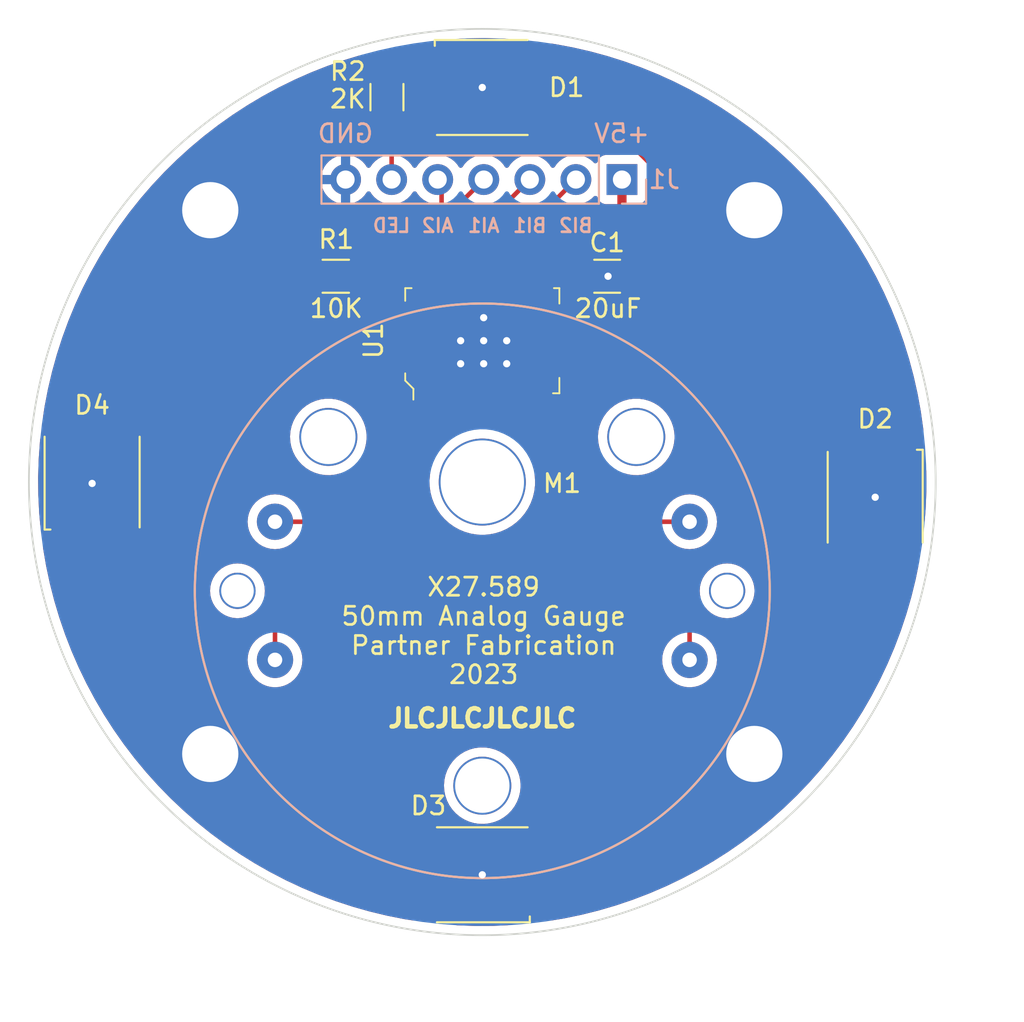
<source format=kicad_pcb>
(kicad_pcb (version 20211014) (generator pcbnew)
  (layers (0 "F.Cu" signal) (31 "B.Cu" signal) (34 "B.Paste" user) (35 "F.Paste" user) (36 "B.SilkS" user "B.Silkscreen") (37 "F.SilkS" user "F.Silkscreen") (38 "B.Mask" user) (39 "F.Mask" user) (44 "Edge.Cuts" user))
  (net 0 "")
  (net 1 "GND")
  (net 2 "+5V")
  (net 3 "LED_D")
  (net 4 "Net-(D1-Pad4)")
  (net 5 "Net-(D2-Pad4)")
  (net 6 "AI1")
  (net 7 "AI2")
  (net 8 "BI1")
  (net 9 "BI2")
  (net 10 "AO1")
  (net 11 "AO2")
  (net 12 "BO1")
  (net 13 "BO2")
  (net 14 "Net-(R1-Pad1)")
  (net 17 "Net-(D3-Pad4)")
  (net 19 "Net-(D1-Pad2)")
  (footprint "Simulator Gauge Components:X27.168 Stepper Motor" (layer "F.Cu") (at 100 100)
    (fp_text reference "M1" (at 4.394 0.076 unlocked) (layer "F.SilkS"))
    (fp_text value "X27.168_Motor")
    (fp_circle (center 0 6) (end 15.85 6) (layer "B.SilkS") (width 0.12) (fill none))
    (fp_circle (center 0 6) (end 15.85 6) (layer "F.SilkS") (width 0.12) (fill none))
    (pad "" np_thru_hole circle (at 0 16.75) (size 3.2 3.2) (drill 3) (layers F&B.Cu *.Mask))
    (pad "" np_thru_hole circle (at 0 0) (size 4.8 4.8) (drill 4.6) (layers F&B.Cu *.Mask))
    (pad "" np_thru_hole circle (at -13.5 6) (size 2 2) (drill 1.8) (layers F&B.Cu *.Mask))
    (pad "" np_thru_hole circle (at 8.49 -2.49) (size 3.2 3.2) (drill 3) (layers F&B.Cu *.Mask))
    (pad "" np_thru_hole circle (at -8.49 -2.49) (size 3.2 3.2) (drill 3) (layers F&B.Cu *.Mask))
    (pad "" np_thru_hole circle (at 13.5 6) (size 2 2) (drill 1.8) (layers F&B.Cu *.Mask))
    (pad "1" thru_hole circle (at -11.43 2.19) (size 2 2) (drill 0.8) (layers *.Cu *.Mask) (net 10 "AO1"))
    (pad "2" thru_hole circle (at -11.43 9.81) (size 2 2) (drill 0.8) (layers *.Cu *.Mask) (net 11 "AO2"))
    (pad "3" thru_hole circle (at 11.43 9.81) (size 2 2) (drill 0.8) (layers *.Cu *.Mask) (net 13 "BO2"))
    (pad "4" thru_hole circle (at 11.43 2.19) (size 2 2) (drill 0.8) (layers *.Cu *.Mask) (net 12 "BO1"))
  )
  (footprint "LED_SMD:LED_Inolux_IN-PI554FCH_PLCC4_5.0x5.0mm_P3.2mm" (layer "F.Cu") (at 100 121.666 180)
    (fp_text reference "D3" (at 2.972 3.81) (layer "F.SilkS"))
    (fp_text value "Inolux_IN-PI554FCH")
    (fp_line (start -2.62 -2.3) (end -2.62 -2.62) (layer "F.SilkS") (width 0.12))
    (fp_line (start -2.62 -2.62) (end 2.5 -2.62) (layer "F.SilkS") (width 0.12))
    (fp_line (start -2.5 2.62) (end 2.5 2.62) (layer "F.SilkS") (width 0.12))
    (pad "1" smd rect (at -2.45 -1.6 180) (size 1.5 1) (layers "F.Cu" "F.Paste" "F.Mask") (net 1 "GND"))
    (pad "2" smd rect (at -2.45 1.6 180) (size 1.5 1) (layers "F.Cu" "F.Paste" "F.Mask") (net 5 "Net-(D2-Pad4)"))
    (pad "3" smd rect (at 2.45 1.6 180) (size 1.5 1) (layers "F.Cu" "F.Paste" "F.Mask") (net 2 "+5V"))
    (pad "4" smd rect (at 2.45 -1.6 180) (size 1.5 1) (layers "F.Cu" "F.Paste" "F.Mask") (net 17 "Net-(D3-Pad4)"))
  )
  (footprint "LED_SMD:LED_Inolux_IN-PI554FCH_PLCC4_5.0x5.0mm_P3.2mm" (layer "F.Cu") (at 121.666 100.838 -90)
    (fp_text reference "D2" (at -4.318 0) (layer "F.SilkS"))
    (fp_text value "Inolux_IN-PI554FCH")
    (fp_line (start -2.62 -2.62) (end 2.5 -2.62) (layer "F.SilkS") (width 0.12))
    (fp_line (start -2.62 -2.3) (end -2.62 -2.62) (layer "F.SilkS") (width 0.12))
    (fp_line (start -2.5 2.62) (end 2.5 2.62) (layer "F.SilkS") (width 0.12))
    (pad "1" smd rect (at -2.45 -1.6 270) (size 1.5 1) (layers "F.Cu" "F.Paste" "F.Mask") (net 1 "GND"))
    (pad "2" smd rect (at -2.45 1.6 270) (size 1.5 1) (layers "F.Cu" "F.Paste" "F.Mask") (net 4 "Net-(D1-Pad4)"))
    (pad "3" smd rect (at 2.45 1.6 270) (size 1.5 1) (layers "F.Cu" "F.Paste" "F.Mask") (net 2 "+5V"))
    (pad "4" smd rect (at 2.45 -1.6 270) (size 1.5 1) (layers "F.Cu" "F.Paste" "F.Mask") (net 5 "Net-(D2-Pad4)"))
  )
  (footprint "digikey-footprints:LSSOP-24_W5.6mm" (layer "F.Cu") (at 100 92.202 90)
    (fp_text reference "U1" (at 0 -6 90) (layer "F.SilkS"))
    (fp_text value "TB6612FNG_C_8_EL")
    (fp_line (start -2.9 3.9) (end -2.9 4.25) (layer "F.SilkS") (width 0.1))
    (fp_line (start 2.9 -3.9) (end 2.9 -4.25) (layer "F.SilkS") (width 0.1))
    (fp_line (start -2.2 -4.25) (end -1.8 -4.25) (layer "F.SilkS") (width 0.1))
    (fp_line (start -2.9 4.25) (end -2.05 4.25) (layer "F.SilkS") (width 0.1))
    (fp_line (start 2.9 -4.25) (end 2.2 -4.25) (layer "F.SilkS") (width 0.1))
    (fp_line (start -3.25 -3.8) (end -2.7 -3.8) (layer "F.SilkS") (width 0.1))
    (fp_line (start 2.9 3.95) (end 2.9 4.25) (layer "F.SilkS") (width 0.1))
    (fp_line (start -2.7 -3.8) (end -2.65 -3.8) (layer "F.SilkS") (width 0.1))
    (fp_line (start 2.9 4.25) (end 2.05 4.25) (layer "F.SilkS") (width 0.1))
    (fp_line (start -2.65 -3.8) (end -2.2 -4.25) (layer "F.SilkS") (width 0.1))
    (pad "1" smd rect locked (at -3.575 -3.525 90) (size 1 0.4) (layers "F.Cu" "F.Paste" "F.Mask") (net 10 "AO1"))
    (pad "2" smd rect locked (at -3.575 -2.885 90) (size 1 0.4) (layers "F.Cu" "F.Paste" "F.Mask") (net 10 "AO1"))
    (pad "3" smd rect locked (at -3.575 -2.245 90) (size 1 0.4) (layers "F.Cu" "F.Paste" "F.Mask") (net 1 "GND"))
    (pad "4" smd rect locked (at -3.575 -1.605 90) (size 1 0.4) (layers "F.Cu" "F.Paste" "F.Mask") (net 1 "GND"))
    (pad "5" smd rect locked (at -3.575 -0.965 90) (size 1 0.4) (layers "F.Cu" "F.Paste" "F.Mask") (net 11 "AO2"))
    (pad "6" smd rect locked (at -3.575 -0.325 90) (size 1 0.4) (layers "F.Cu" "F.Paste" "F.Mask") (net 11 "AO2"))
    (pad "7" smd rect locked (at -3.575 0.325 90) (size 1 0.4) (layers "F.Cu" "F.Paste" "F.Mask") (net 13 "BO2"))
    (pad "8" smd rect locked (at -3.575 0.965 90) (size 1 0.4) (layers "F.Cu" "F.Paste" "F.Mask") (net 13 "BO2"))
    (pad "9" smd rect locked (at -3.575 1.605 90) (size 1 0.4) (layers "F.Cu" "F.Paste" "F.Mask") (net 1 "GND"))
    (pad "10" smd rect locked (at -3.575 2.245 90) (size 1 0.4) (layers "F.Cu" "F.Paste" "F.Mask") (net 1 "GND"))
    (pad "11" smd rect locked (at -3.575 2.885 90) (size 1 0.4) (layers "F.Cu" "F.Paste" "F.Mask") (net 12 "BO1"))
    (pad "12" smd rect locked (at -3.575 3.525 90) (size 1 0.4) (layers "F.Cu" "F.Paste" "F.Mask") (net 12 "BO1"))
    (pad "13" smd rect locked (at 3.575 3.525 90) (size 1 0.4) (layers "F.Cu" "F.Paste" "F.Mask") (net 2 "+5V"))
    (pad "14" smd rect locked (at 3.575 2.885 90) (size 1 0.4) (layers "F.Cu" "F.Paste" "F.Mask") (net 2 "+5V"))
    (pad "15" smd rect locked (at 3.575 2.245 90) (size 1 0.4) (layers "F.Cu" "F.Paste" "F.Mask"))
    (pad "16" smd rect locked (at 3.575 1.605 90) (size 1 0.4) (layers "F.Cu" "F.Paste" "F.Mask") (net 9 "BI2"))
    (pad "17" smd rect locked (at 3.575 0.965 90) (size 1 0.4) (layers "F.Cu" "F.Paste" "F.Mask") (net 8 "BI1"))
    (pad "18" smd rect locked (at 3.575 0.325 90) (size 1 0.4) (layers "F.Cu" "F.Paste" "F.Mask") (net 1 "GND"))
    (pad "19" smd rect locked (at 3.575 -0.325 90) (size 1 0.4) (layers "F.Cu" "F.Paste" "F.Mask") (net 14 "Net-(R1-Pad1)"))
    (pad "20" smd rect locked (at 3.575 -0.965 90) (size 1 0.4) (layers "F.Cu" "F.Paste" "F.Mask") (net 2 "+5V"))
    (pad "21" smd rect locked (at 3.575 -1.605 90) (size 1 0.4) (layers "F.Cu" "F.Paste" "F.Mask") (net 6 "AI1"))
    (pad "22" smd rect locked (at 3.575 -2.245 90) (size 1 0.4) (layers "F.Cu" "F.Paste" "F.Mask") (net 7 "AI2"))
    (pad "23" smd rect locked (at 3.575 -2.885 90) (size 1 0.4) (layers "F.Cu" "F.Paste" "F.Mask"))
    (pad "24" smd rect locked (at 3.575 -3.525 90) (size 1 0.4) (layers "F.Cu" "F.Paste" "F.Mask") (net 2 "+5V"))
  )
  (footprint "LED_SMD:LED_Inolux_IN-PI554FCH_PLCC4_5.0x5.0mm_P3.2mm" (layer "F.Cu") (at 78.486 100 90)
    (fp_text reference "D4" (at 4.242 0) (layer "F.SilkS"))
    (fp_text value "Inolux_IN-PI554FCH")
    (fp_line (start -2.62 -2.62) (end 2.5 -2.62) (layer "F.SilkS") (width 0.12))
    (fp_line (start -2.62 -2.3) (end -2.62 -2.62) (layer "F.SilkS") (width 0.12))
    (fp_line (start -2.5 2.62) (end 2.5 2.62) (layer "F.SilkS") (width 0.12))
    (pad "1" smd rect (at -2.45 -1.6 90) (size 1.5 1) (layers "F.Cu" "F.Paste" "F.Mask") (net 1 "GND"))
    (pad "2" smd rect (at -2.45 1.6 90) (size 1.5 1) (layers "F.Cu" "F.Paste" "F.Mask") (net 17 "Net-(D3-Pad4)"))
    (pad "3" smd rect (at 2.45 1.6 90) (size 1.5 1) (layers "F.Cu" "F.Paste" "F.Mask") (net 2 "+5V"))
    (pad "4" smd rect (at 2.45 -1.6 90) (size 1.5 1) (layers "F.Cu" "F.Paste" "F.Mask"))
  )
  (footprint "LED_SMD:LED_Inolux_IN-PI554FCH_PLCC4_5.0x5.0mm_P3.2mm" (layer "F.Cu") (at 100 78.232)
    (fp_text reference "D1" (at 4.648 0) (layer "F.SilkS"))
    (fp_text value "Inolux_IN-PI554FCH")
    (fp_line (start -2.62 -2.3) (end -2.62 -2.62) (layer "F.SilkS") (width 0.12))
    (fp_line (start -2.5 2.62) (end 2.5 2.62) (layer "F.SilkS") (width 0.12))
    (fp_line (start -2.62 -2.62) (end 2.5 -2.62) (layer "F.SilkS") (width 0.12))
    (pad "1" smd rect (at -2.45 -1.6) (size 1.5 1) (layers "F.Cu" "F.Paste" "F.Mask") (net 1 "GND"))
    (pad "2" smd rect (at -2.45 1.6) (size 1.5 1) (layers "F.Cu" "F.Paste" "F.Mask") (net 19 "Net-(D1-Pad2)"))
    (pad "3" smd rect (at 2.45 1.6) (size 1.5 1) (layers "F.Cu" "F.Paste" "F.Mask") (net 2 "+5V"))
    (pad "4" smd rect (at 2.45 -1.6) (size 1.5 1) (layers "F.Cu" "F.Paste" "F.Mask") (net 4 "Net-(D1-Pad4)"))
  )
  (footprint "Resistor_SMD:R_1206_3216Metric_Pad1.30x1.75mm_HandSolder" (layer "F.Cu") (at 91.922 88.646 180)
    (fp_text reference "R1" (at -0.026 2.032) (layer "F.SilkS"))
    (fp_text value "10K")
    (fp_line (start -0.727064 0.91) (end 0.727064 0.91) (layer "F.SilkS") (width 0.12))
    (fp_line (start -0.727064 -0.91) (end 0.727064 -0.91) (layer "F.SilkS") (width 0.12))
    (pad "1" smd roundrect (at -1.55 0 180) (size 1.3 1.75) (layers "F.Cu" "F.Paste" "F.Mask") (roundrect_rratio 0.1923076923) (net 14 "Net-(R1-Pad1)"))
    (pad "2" smd roundrect (at 1.55 0 180) (size 1.3 1.75) (layers "F.Cu" "F.Paste" "F.Mask") (roundrect_rratio 0.1923076923) (net 2 "+5V"))
  )
  (footprint "Resistor_SMD:R_1206_3216Metric_Pad1.30x1.75mm_HandSolder" (layer "F.Cu") (at 94.742 78.766 -90)
    (fp_text reference "R2" (at -1.423 2.159) (layer "F.SilkS"))
    (fp_text value "2K")
    (fp_line (start -0.727064 0.91) (end 0.727064 0.91) (layer "F.SilkS") (width 0.12))
    (fp_line (start -0.727064 -0.91) (end 0.727064 -0.91) (layer "F.SilkS") (width 0.12))
    (pad "1" smd roundrect (at -1.55 0 270) (size 1.3 1.75) (layers "F.Cu" "F.Paste" "F.Mask") (roundrect_rratio 0.192308) (net 19 "Net-(D1-Pad2)"))
    (pad "2" smd roundrect (at 1.55 0 270) (size 1.3 1.75) (layers "F.Cu" "F.Paste" "F.Mask") (roundrect_rratio 0.192308) (net 3 "LED_D"))
  )
  (footprint "Capacitor_SMD:C_1206_3216Metric" (layer "F.Cu") (at 106.885 88.646)
    (fp_text reference "C1" (at 0 -1.85) (layer "F.SilkS"))
    (fp_text value "20uF")
    (fp_line (start -0.711252 0.91) (end 0.711252 0.91) (layer "F.SilkS") (width 0.12))
    (fp_line (start -0.711252 -0.91) (end 0.711252 -0.91) (layer "F.SilkS") (width 0.12))
    (pad "1" smd roundrect (at -1.475 0) (size 1.15 1.8) (layers "F.Cu" "F.Paste" "F.Mask") (roundrect_rratio 0.2173913043) (net 2 "+5V"))
    (pad "2" smd roundrect (at 1.475 0) (size 1.15 1.8) (layers "F.Cu" "F.Paste" "F.Mask") (roundrect_rratio 0.2173913043) (net 1 "GND"))
  )
  (footprint "Connector_PinHeader_2.54mm:PinHeader_1x07_P2.54mm_Vertical" (layer "B.Cu") (at 107.701 83.312 90)
    (fp_text reference "J1" (at 0 2.33 180) (layer "B.SilkS") (effects (justify mirror)))
    (fp_text value "Conn_01x07_Female")
    (fp_line (start -1.33 0) (end -1.33 1.33) (layer "B.SilkS") (width 0.12))
    (fp_line (start -1.33 -16.57) (end 1.33 -16.57) (layer "B.SilkS") (width 0.12))
    (fp_line (start -1.33 -1.27) (end 1.33 -1.27) (layer "B.SilkS") (width 0.12))
    (fp_line (start -1.33 1.33) (end 0 1.33) (layer "B.SilkS") (width 0.12))
    (fp_line (start -1.33 -1.27) (end -1.33 -16.57) (layer "B.SilkS") (width 0.12))
    (fp_line (start 1.33 -1.27) (end 1.33 -16.57) (layer "B.SilkS") (width 0.12))
    (pad "1" thru_hole rect (at 0 0 90) (size 1.7 1.7) (drill 1) (layers *.Cu *.Mask) (net 2 "+5V"))
    (pad "2" thru_hole oval (at 0 -2.54 90) (size 1.7 1.7) (drill 1) (layers *.Cu *.Mask) (net 9 "BI2"))
    (pad "3" thru_hole oval (at 0 -5.08 90) (size 1.7 1.7) (drill 1) (layers *.Cu *.Mask) (net 8 "BI1"))
    (pad "4" thru_hole oval (at 0 -7.62 90) (size 1.7 1.7) (drill 1) (layers *.Cu *.Mask) (net 6 "AI1"))
    (pad "5" thru_hole oval (at 0 -10.16 90) (size 1.7 1.7) (drill 1) (layers *.Cu *.Mask) (net 7 "AI2"))
    (pad "6" thru_hole oval (at 0 -12.7 90) (size 1.7 1.7) (drill 1) (layers *.Cu *.Mask) (net 3 "LED_D"))
    (pad "7" thru_hole oval (at 0 -15.24 90) (size 1.7 1.7) (drill 1) (layers *.Cu *.Mask) (net 1 "GND"))
  )
  (gr_circle (center 100 100) (end 125 100) (layer "Edge.Cuts") (width 0.1) (fill none))
  (gr_text "BI1" (at 102.616 85.852) (layer "B.SilkS") (effects (font (size 0.75 0.75)) (justify mirror)))
  (gr_text "AI2" (at 97.536 85.852) (layer "B.SilkS") (effects (font (size 0.75 0.75)) (justify mirror)))
  (gr_text "AI1" (at 100.076 85.852) (layer "B.SilkS") (effects (font (size 0.75 0.75)) (justify mirror)))
  (gr_text "BI2" (at 105.156 85.852) (layer "B.SilkS") (effects (font (size 0.75 0.75)) (justify mirror)))
  (gr_text "+5V" (at 107.696 80.772) (layer "B.SilkS") (effects (font (size 1 1)) (justify mirror)))
  (gr_text "LED" (at 94.996 85.852) (layer "B.SilkS") (effects (font (size 0.75 0.75)) (justify mirror)))
  (gr_text "GND" (at 92.456 80.772) (layer "B.SilkS") (effects (font (size 1 1)) (justify mirror)))
  (gr_text "X27.589\n50mm Analog Gauge\nPartner Fabrication\n2023" (at 100.076 108.204) (layer "F.SilkS") (effects (font (size 1 1))))
  (gr_text "20uF" (at 106.934 90.424) (layer "F.SilkS") (effects (font (size 1 1))))
  (gr_text "10K" (at 91.948 90.424) (layer "F.SilkS") (effects (font (size 1 1))))
  (gr_text "JLCJLCJLCJLC" (at 100 113.03) (layer "F.SilkS") (effects (font (size 1 1) (thickness 0.25))))
  (gr_text "2K" (at 92.583 78.867) (layer "F.SilkS") (effects (font (size 1 1))))
  (segment (start 100.325 90.683) (end 100.076 90.932) (width 0.25) (layer "F.Cu") (net 1))
  (segment (start 102.245 94.371) (end 101.346 93.472) (width 0.25) (layer "F.Cu") (net 1))
  (segment (start 99.15 78.232) (end 97.55 76.632) (width 0.25) (layer "F.Cu") (net 1))
  (segment (start 101.605 95.777) (end 101.605 93.731) (width 0.25) (layer "F.Cu") (net 1))
  (segment (start 100 121.666) (end 100.85 121.666) (width 0.25) (layer "F.Cu") (net 1))
  (segment (start 123.266 99.238) (end 123.266 98.388) (width 0.25) (layer "F.Cu") (net 1))
  (segment (start 98.395 93.883) (end 98.806 93.472) (width 0.25) (layer "F.Cu") (net 1))
  (segment (start 97.755 95.777) (end 97.755 94.523) (width 0.25) (layer "F.Cu") (net 1))
  (segment (start 101.605 93.731) (end 101.346 93.472) (width 0.25) (layer "F.Cu") (net 1))
  (segment (start 100.325 88.627) (end 100.325 90.683) (width 0.25) (layer "F.Cu") (net 1))
  (segment (start 78.486 100.85) (end 76.886 102.45) (width 0.25) (layer "F.Cu") (net 1))
  (segment (start 98.395 95.777) (end 98.395 93.883) (width 0.25) (layer "F.Cu") (net 1))
  (segment (start 100 78.232) (end 99.15 78.232) (width 0.25) (layer "F.Cu") (net 1))
  (segment (start 100.85 121.666) (end 102.45 123.266) (width 0.25) (layer "F.Cu") (net 1))
  (segment (start 97.755 94.523) (end 98.806 93.472) (width 0.25) (layer "F.Cu") (net 1))
  (segment (start 78.486 100.076) (end 78.486 100.85) (width 0.25) (layer "F.Cu") (net 1))
  (segment (start 106.934 88.646) (end 108.36 88.646) (width 0.25) (layer "F.Cu") (net 1))
  (segment (start 121.666 100.838) (end 123.266 99.238) (width 0.25) (layer "F.Cu") (net 1))
  (segment (start 102.245 95.777) (end 102.245 94.371) (width 0.25) (layer "F.Cu") (net 1))
  (via (at 101.346 92.202) (size 0.8) (drill 0.4) (layers "F.Cu" "B.Cu") (net 1))
  (via locked (at 85 115) (size 3.5) (drill 3.1) (layers "F.Cu" "B.Cu") (net 1))
  (via (at 121.666 100.838) (size 0.8) (drill 0.4) (layers "F.Cu" "B.Cu") (net 1))
  (via (at 100 78.232) (size 0.8) (drill 0.4) (layers "F.Cu" "B.Cu") (net 1))
  (via (at 106.934 88.646) (size 0.8) (drill 0.4) (layers "F.Cu" "B.Cu") (net 1))
  (via locked (at 115 115) (size 3.5) (drill 3.1) (layers "F.Cu" "B.Cu") (net 1))
  (via (at 78.486 100.076) (size 0.8) (drill 0.4) (layers "F.Cu" "B.Cu") (net 1))
  (via (at 98.806 93.472) (size 0.8) (drill 0.4) (layers "F.Cu" "B.Cu") (net 1))
  (via (at 98.806 92.202) (size 0.8) (drill 0.4) (layers "F.Cu" "B.Cu") (net 1))
  (via (at 100 121.666) (size 0.8) (drill 0.4) (layers "F.Cu" "B.Cu") (net 1))
  (via locked (at 115 85) (size 3.5) (drill 3.1) (layers "F.Cu" "B.Cu") (net 1))
  (via (at 100.076 93.472) (size 0.8) (drill 0.4) (layers "F.Cu" "B.Cu") (net 1))
  (via (at 100.076 92.202) (size 0.8) (drill 0.4) (layers "F.Cu" "B.Cu") (net 1))
  (via (at 101.346 93.472) (size 0.8) (drill 0.4) (layers "F.Cu" "B.Cu") (net 1))
  (via (at 100.076 90.932) (size 0.8) (drill 0.4) (layers "F.Cu" "B.Cu") (net 1))
  (via locked (at 85 85) (size 3.5) (drill 3.1) (layers "F.Cu" "B.Cu") (net 1))
  (segment (start 99.035 89.377) (end 98.496 89.916) (width 0.25) (layer "F.Cu") (net 2))
  (segment (start 97.054978 89.916) (end 96.475 89.336022) (width 0.25) (layer "F.Cu") (net 2))
  (segment (start 99.035 88.627) (end 99.035 89.377) (width 0.25) (layer "F.Cu") (net 2))
  (segment (start 105.391 88.627) (end 102.885 88.627) (width 0.25) (layer "F.Cu") (net 2))
  (segment (start 98.496 89.916) (end 97.054978 89.916) (width 0.25) (layer "F.Cu") (net 2))
  (segment (start 105.41 88.646) (end 105.391 88.627) (width 0.25) (layer "F.Cu") (net 2))
  (segment (start 96.475 89.336022) (end 96.475 88.627) (width 0.25) (layer "F.Cu") (net 2))
  (segment (start 94.742 80.316) (end 95.001 80.575) (width 0.25) (layer "F.Cu") (net 3))
  (segment (start 95.001 80.575) (end 95.001 83.312) (width 0.25) (layer "F.Cu") (net 3))
  (segment (start 102.45 76.632) (end 103.45 76.632) (width 0.25) (layer "F.Cu") (net 4))
  (segment (start 120.066 93.248) (end 120.066 98.388) (width 0.25) (layer "F.Cu") (net 4))
  (segment (start 103.45 76.632) (end 120.066 93.248) (width 0.25) (layer "F.Cu") (net 4))
  (segment (start 106.488 120.066) (end 123.266 103.288) (width 0.25) (layer "F.Cu") (net 5))
  (segment (start 102.45 120.066) (end 106.488 120.066) (width 0.25) (layer "F.Cu") (net 5))
  (segment (start 98.395 84.998) (end 100.081 83.312) (width 0.25) (layer "F.Cu") (net 6))
  (segment (start 98.395 88.627) (end 98.395 84.998) (width 0.25) (layer "F.Cu") (net 6))
  (segment (start 97.755 83.526) (end 97.541 83.312) (width 0.25) (layer "F.Cu") (net 7))
  (segment (start 97.755 88.627) (end 97.755 83.526) (width 0.25) (layer "F.Cu") (net 7))
  (segment (start 100.965 84.968) (end 100.965 88.627) (width 0.25) (layer "F.Cu") (net 8))
  (segment (start 102.621 83.312) (end 100.965 84.968) (width 0.25) (layer "F.Cu") (net 8))
  (segment (start 105.161 83.312) (end 101.605 86.868) (width 0.25) (layer "F.Cu") (net 9))
  (segment (start 101.605 86.868) (end 101.605 88.627) (width 0.25) (layer "F.Cu") (net 9))
  (segment (start 97.115 95.777) (end 96.446 96.446) (width 0.25) (layer "F.Cu") (net 10))
  (segment (start 96.475 95.777) (end 96.475 96.417) (width 0.25) (layer "F.Cu") (net 10))
  (segment (start 96.446 96.446) (end 90.702 102.19) (width 0.25) (layer "F.Cu") (net 10))
  (segment (start 96.475 96.417) (end 96.446 96.446) (width 0.25) (layer "F.Cu") (net 10))
  (segment (start 90.702 102.19) (end 88.57 102.19) (width 0.25) (layer "F.Cu") (net 10))
  (segment (start 88.57 106.882) (end 88.57 109.81) (width 0.25) (layer "F.Cu") (net 11))
  (segment (start 99.035 95.777) (end 99.675 95.777) (width 0.25) (layer "F.Cu") (net 11))
  (segment (start 99.675 95.777) (end 98.996 96.456) (width 0.25) (layer "F.Cu") (net 11))
  (segment (start 99.035 96.417) (end 98.996 96.456) (width 0.25) (layer "F.Cu") (net 11))
  (segment (start 99.035 95.777) (end 99.035 96.417) (width 0.25) (layer "F.Cu") (net 11))
  (segment (start 98.996 96.456) (end 88.57 106.882) (width 0.25) (layer "F.Cu") (net 11))
  (segment (start 102.885 95.777) (end 103.63 96.522) (width 0.25) (layer "F.Cu") (net 12))
  (segment (start 103.525 96.417) (end 103.63 96.522) (width 0.25) (layer "F.Cu") (net 12))
  (segment (start 103.525 95.777) (end 103.525 96.417) (width 0.25) (layer "F.Cu") (net 12))
  (segment (start 103.63 96.522) (end 109.298 102.19) (width 0.25) (layer "F.Cu") (net 12))
  (segment (start 109.298 102.19) (end 111.43 102.19) (width 0.25) (layer "F.Cu") (net 12))
  (segment (start 100.325 95.846022) (end 101.045489 96.566511) (width 0.25) (layer "F.Cu") (net 13))
  (segment (start 111.43 106.951022) (end 111.43 109.81) (width 0.25) (layer "F.Cu") (net 13))
  (segment (start 101.045489 96.566511) (end 111.43 106.951022) (width 0.25) (layer "F.Cu") (net 13))
  (segment (start 100.325 95.777) (end 100.325 95.846022) (width 0.25) (layer "F.Cu") (net 13))
  (segment (start 100.965 95.777) (end 100.965 96.486022) (width 0.25) (layer "F.Cu") (net 13))
  (segment (start 100.965 96.486022) (end 101.045489 96.566511) (width 0.25) (layer "F.Cu") (net 13))
  (segment (start 100.325 95.777) (end 100.965 95.777) (width 0.25) (layer "F.Cu") (net 13))
  (segment (start 95.19152 90.36552) (end 98.86448 90.36552) (width 0.25) (layer "F.Cu") (net 14))
  (segment (start 99.675 89.555) (end 99.675 88.627) (width 0.25) (layer "F.Cu") (net 14))
  (segment (start 98.86448 90.36552) (end 99.675 89.555) (width 0.25) (layer "F.Cu") (net 14))
  (segment (start 93.472 88.646) (end 95.19152 90.36552) (width 0.25) (layer "F.Cu") (net 14))
  (segment (start 97.55 123.266) (end 80.086 105.802) (width 0.25) (layer "F.Cu") (net 17))
  (segment (start 80.086 105.802) (end 80.086 102.45) (width 0.25) (layer "F.Cu") (net 17))
  (segment (start 97.358 79.832) (end 97.55 79.832) (width 0.25) (layer "F.Cu") (net 19))
  (segment (start 94.742 77.216) (end 97.358 79.832) (width 0.25) (layer "F.Cu") (net 19))
  (zone (net 2) (net_name "+5V") (layer "F.Cu") (connect_pads (clearance 0.508)) (min_thickness 0.254) (fill yes (thermal_gap 0.508) (thermal_bridge_width 0.508))
    (polygon (pts (xy 127 129.54) (xy 73.66 129.54) (xy 73.406 73.66) (xy 127 73.66)))
  )
  (zone (net 1) (net_name "GND") (layer "B.Cu") (connect_pads (clearance 0.508)) (min_thickness 0.254) (fill yes (thermal_gap 0.508) (thermal_bridge_width 0.508))
    (polygon (pts (xy 126.746 73.66) (xy 127 129.286) (xy 73.66 129.794) (xy 73.406 73.406)))
  )
)
</source>
